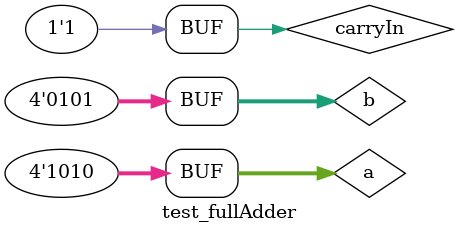
<source format=v>




module fullAdder (output s, output carryOut,  input a, input b, input carryIn); 

	
  wire tmp1, tmp2, tmp3;
  
//-- portas 

  xor (tmp1, a, b);   
  and (tmp3, a , b );
  
  and (tmp2, tmp1 , carryIn);  
  
  xor (s , tmp1 , carryIn);
  or (carryOut ,tmp2 ,tmp3 );

endmodule //-- fullAdder

// ------------------------- 
// 4bit full adder 
// ------------------------- 
module fourBitFullAdder(s, carryOut, x, y, carryIn);
  
  output [3:0] s;
  output carryOut;
  input  [3:0] x, y;
  input carryIn;
  wire c1, c2, c3;
  
  //-- portas 
  
  fullAdder FULLADDER0(s[0], c1, x[0], y[0], carryIn);
  fullAdder FULLADDER1(s[1], c2, x[1], y[1], c1);
  fullAdder FULLADDER2(s[2], c3, x[2], y[2], c2);
  fullAdder FULLADDER3(s[3], carryOut, x[3], y[3], c3);
  
endmodule //-- fourbitFullAdder
 

module test_fullAdder; 
// ------------------------- definir dados 
reg [3:0] a; 
reg [3:0] b; 
reg carryIn; 
wire [3:0] soma;
wire carryOut; 

fourBitFullAdder FOURBITFULLADDER0(soma, carryOut, a, b, carryIn);

// ------------------------- parte principal 
  initial
  begin
  $display("Exemplo0021 - Felipe Tôrres - 412738"); 
  $display("Test ALU's Full Adder:"); 
 
  //-- Mostrar testes
 
  $monitor($time," a = %b b = %b carry in= %b *** carry out = %b Soma = %b\n" , a , b , carryIn,carryOut,soma);
  end
  
  //-- Entradas
  initial
  begin
  a = 4'd2;b = 4'd4; carryIn = 1'b0;


  #5 a = 4'd2;b = 4'd4;
  #5 a = 4'd6;b = 4'd8;
  #5 a = 4'd1;b = 4'd3;
  #5 a = 4'd5;b = 4'd7;
  #5 a = 4'd10;b = 4'd5;
  carryIn = 1'b1;


  end
endmodule //-- test_fullAdder 
</source>
